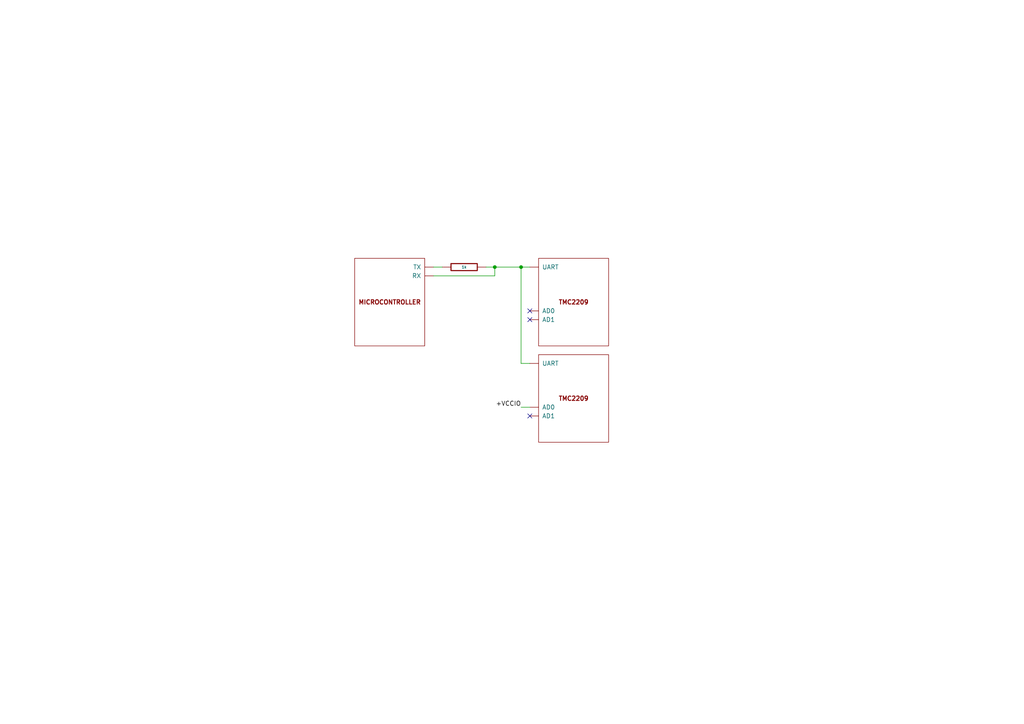
<source format=kicad_sch>
(kicad_sch (version 20230121) (generator eeschema)
  (paper "A4")
  (title_block (title "Trinamic Wiring") (date "2024-07-31") (rev "0.5") (company "Janelia Research Campus"))
  (lib_symbols
    (symbol "Janelia:DOC_MCU" (pin_numbers hide) (pin_names (offset 1.016))
      (symbol "DOC_MCU_0_1"
        (rectangle (start -10.16 12.7) (end 10.16 -12.7))
      )
      (symbol "DOC_MCU_1_1"
        (text "MICROCONTROLLER" (at 0 0 0) (effects (font (size 1.27 1.27) bold)))
        (pin input line (at 12.7 7.62 180) (length 2.54) (name "RX") (number "0"))
        (pin output line (at 12.7 10.16 180) (length 2.54) (name "TX") (number "1"))
        (pin input line (at 12.7 -5.08 180) (length 2.54) hide (name "RX2") (number "2"))
        (pin output line (at 12.7 -2.54 180) (length 2.54) hide (name "TX2") (number "3"))
        (pin output line (at 12.7 -7.62 180) (length 2.54) hide (name "TX3") (number "4"))
        (pin input line (at 12.7 -10.16 180) (length 2.54) hide (name "RX3") (number "5"))
        (pin output line (at 12.7 5.08 180) (length 2.54) hide (name "STEP") (number "6"))
        (pin input line (at 12.7 2.54 180) (length 2.54) hide (name "DIR") (number "7"))
        (pin input line (at 0 -15.24 90) (length 2.54) hide (name "SPI") (number "8"))
      )
    )
    (symbol "Janelia:R_1k_0402" (pin_numbers hide) (pin_names (offset 0))
      (property "Reference" "R" (at 2.032 0 90))
      (property "Value" "1k" (at 0 0 90))
      (symbol "R_1k_0402_0_1"
        (rectangle (start -1.016 3.81) (end 1.016 -3.81) (stroke (width 0.3048)))
      )
      (symbol "R_1k_0402_1_1"
        (pin passive line (at 0 6.35 270) (length 2.54) (name "~") (number "1"))
        (pin passive line (at 0 -6.35 90) (length 2.54) (name "~") (number "2"))
      )
    )
    (symbol "Janelia:TMC2209_DOC" (pin_numbers hide) (pin_names (offset 1.016))
      (symbol "TMC2209_DOC_0_1"
        (rectangle (start -10.16 12.7) (end 10.16 -12.7))
      )
      (symbol "TMC2209_DOC_1_1"
        (text "TMC2209" (at 0 0 0) (effects (font (size 1.27 1.27) bold)))
        (pin bidirectional line (at -12.7 10.16 0) (length 2.54) (name "UART") (number "0"))
        (pin input line (at -12.7 5.08 0) (length 2.54) hide (name "STEP") (number "1"))
        (pin input line (at -12.7 -5.08 0) (length 2.54) (name "AD1") (number "10"))
        (pin input line (at -12.7 2.54 0) (length 2.54) hide (name "DIR") (number "2"))
        (pin passive line (at 2.54 -15.24 90) (length 2.54) hide (name "BRA") (number "3"))
        (pin passive line (at 7.62 -15.24 90) (length 2.54) hide (name "BRB") (number "4"))
        (pin passive line (at 12.7 5.08 180) (length 2.54) hide (name "OA1") (number "5"))
        (pin passive line (at 12.7 2.54 180) (length 2.54) hide (name "OA2") (number "6"))
        (pin passive line (at 12.7 -2.54 180) (length 2.54) hide (name "OB1") (number "7"))
        (pin passive line (at 12.7 -5.08 180) (length 2.54) hide (name "OB2") (number "8"))
        (pin input line (at -12.7 -2.54 0) (length 2.54) (name "AD0") (number "9"))
      )
    )
    (symbol "TMC2209_DOC_1" (pin_numbers hide) (pin_names (offset 1.016))
      (symbol "TMC2209_DOC_1_0_1"
        (rectangle (start -10.16 12.7) (end 10.16 -12.7))
      )
      (symbol "TMC2209_DOC_1_1_1"
        (text "TMC2209" (at 0 0 0) (effects (font (size 1.27 1.27) bold)))
        (pin bidirectional line (at -12.7 10.16 0) (length 2.54) (name "UART") (number "0"))
        (pin input line (at -12.7 5.08 0) (length 2.54) hide (name "STEP") (number "1"))
        (pin input line (at -12.7 -5.08 0) (length 2.54) (name "AD1") (number "10"))
        (pin input line (at -12.7 2.54 0) (length 2.54) hide (name "DIR") (number "2"))
        (pin passive line (at 2.54 -15.24 90) (length 2.54) hide (name "BRA") (number "3"))
        (pin passive line (at 7.62 -15.24 90) (length 2.54) hide (name "BRB") (number "4"))
        (pin passive line (at 12.7 5.08 180) (length 2.54) hide (name "OA1") (number "5"))
        (pin passive line (at 12.7 2.54 180) (length 2.54) hide (name "OA2") (number "6"))
        (pin passive line (at 12.7 -2.54 180) (length 2.54) hide (name "OB1") (number "7"))
        (pin passive line (at 12.7 -5.08 180) (length 2.54) hide (name "OB2") (number "8"))
        (pin input line (at -12.7 -2.54 0) (length 2.54) (name "AD0") (number "9"))
      )
    )
  )
  (junction (at 151.13 77.47))
  (junction (at 143.51 77.47))
  (no_connect (at 153.67 120.65))
  (no_connect (at 153.67 92.71))
  (no_connect (at 153.67 90.17))
  (wire (pts (xy 125.73 77.47) (xy 128.27 77.47)))
  (wire (pts (xy 143.51 77.47) (xy 151.13 77.47)))
  (wire (pts (xy 151.13 77.47) (xy 151.13 105.41)))
  (wire (pts (xy 143.51 77.47) (xy 143.51 80.01)))
  (wire (pts (xy 140.97 77.47) (xy 143.51 77.47)))
  (wire (pts (xy 151.13 77.47) (xy 153.67 77.47)))
  (wire (pts (xy 125.73 80.01) (xy 143.51 80.01)))
  (wire (pts (xy 151.13 105.41) (xy 153.67 105.41)))
  (wire (pts (xy 151.13 118.11) (xy 153.67 118.11)))
  (label "+VCCIO" (at 151.13 118.11 180))
  (symbol (lib_name "TMC2209_DOC_1") (lib_id "Janelia:TMC2209_DOC") (at 166.37 87.63 0) (unit 1)
    (property "Reference" "TMC11" (effects hide))
    (property "Value" "TMC2209_DOC" (effects hide))
    (property "Sim.Enable" "0" (effects hide))
  )
  (symbol (lib_id "Janelia:TMC2209_DOC") (at 166.37 115.57 0) (unit 1)
    (property "Reference" "TMC12" (effects hide))
    (property "Value" "TMC2209_DOC" (effects hide))
    (property "Sim.Enable" "0" (effects hide))
  )
  (symbol (lib_id "Janelia:R_1k_0402") (at 134.62 77.47 90) (unit 1)
    (property "Reference" "R4" (effects hide))
    (property "Value" "1k" (at 134.62 77.47 90) (effects (font (size 0.762 0.762))))
    (property "Footprint" "Janelia:R_0402_1005Metric" (effects hide))
    (property "Vendor" "Digi-Key" (effects hide))
    (property "Vendor Part Number" "311-1.00KLRCT-ND" (effects hide))
    (property "Description" "RES SMD 1K OHM 1% 1/16W" (effects hide))
    (property "Package" "0402" (effects hide))
    (property "Manufacturer" "YAGEO" (effects hide))
    (property "Manufacturer Part Number" "RC0402FR-071KL" (effects hide))
  )
  (symbol (lib_id "Janelia:DOC_MCU") (at 113.03 87.63 0) (unit 1)
    (property "Reference" "MICROCONTROLLER7" (effects hide))
    (property "Value" "DOC_MCU" (effects hide))
    (property "Sim.Enable" "0" (effects hide))
  )
)
</source>
